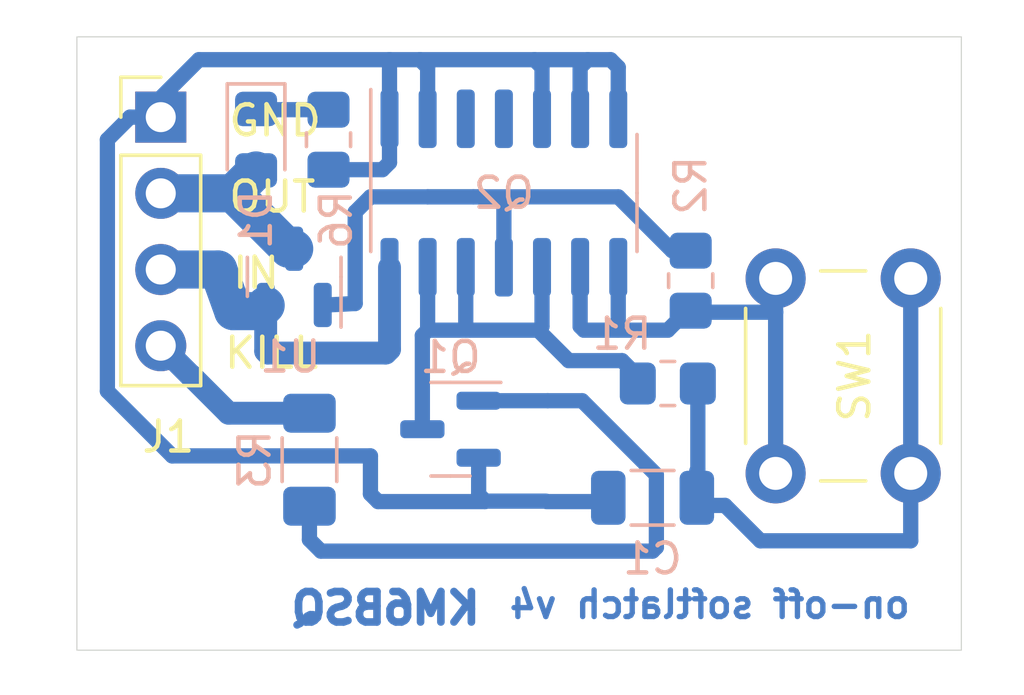
<source format=kicad_pcb>
(kicad_pcb (version 20211014) (generator pcbnew)
  (title_block (title "soft latch on-off") (rev "1"))
  (layers (0 "F.Cu" signal "Front") (31 "B.Cu" signal "Back") (34 "B.Paste" user) (35 "F.Paste" user) (36 "B.SilkS" user "B.Silkscreen") (37 "F.SilkS" user "F.Silkscreen") (38 "B.Mask" user) (39 "F.Mask" user) (44 "Edge.Cuts" user))
  (net 0 "")
  (net 1 "V_IN")
  (net 2 "V_OUT")
  (net 3 "Net-(D1-Pad1)")
  (net 4 "GND")
  (net 5 "KILL")
  (net 6 "Net-(Q2-Pad1)")
  (net 9 "Net-(C1-Pad1)")
  (net 10 "Net-(R2-Pad1)")
  (net 11 "Net-(R1-Pad2)")
  (net 12 "Net-(R3-Pad2)")
  (footprint "Connector_PinHeader_2.54mm:PinHeader_1x04_P2.54mm_Vertical" (layer "F.Cu") (at 105.791 73.162)
    (fp_text reference "J1" (at 0.254 10.658) (layer "F.SilkS"))
    (fp_text value "Conn_PWR")
    (fp_line (start -1.33 1.27) (end 1.33 1.27) (layer "F.SilkS") (width 0.12))
    (fp_line (start -1.33 8.95) (end 1.33 8.95) (layer "F.SilkS") (width 0.12))
    (fp_line (start -1.33 -1.33) (end 0 -1.33) (layer "F.SilkS") (width 0.12))
    (fp_line (start -1.33 1.27) (end -1.33 8.95) (layer "F.SilkS") (width 0.12))
    (fp_line (start 1.33 1.27) (end 1.33 8.95) (layer "F.SilkS") (width 0.12))
    (fp_line (start -1.33 0) (end -1.33 -1.33) (layer "F.SilkS") (width 0.12))
    (pad "1" thru_hole rect locked (at 0 0) (size 1.7 1.7) (drill 1) (layers *.Cu *.Mask) (net 4 "GND"))
    (pad "2" thru_hole oval locked (at 0 2.54) (size 1.7 1.7) (drill 1) (layers *.Cu *.Mask) (net 2 "V_OUT"))
    (pad "3" thru_hole oval locked (at 0 5.08) (size 1.7 1.7) (drill 1) (layers *.Cu *.Mask) (net 1 "V_IN"))
    (pad "4" thru_hole oval locked (at 0 7.62) (size 1.7 1.7) (drill 1) (layers *.Cu *.Mask) (net 5 "KILL"))
  )
  (footprint "MountingHole:MountingHole_2.7mm_M2.5" (layer "F.Cu") (at 129.413 73.66)
    (fp_text reference "H2" hide)
    (fp_text value "MountingHole")
    (pad "" np_thru_hole circle locked (at 0 0) (size 2.7 2.7) (drill 2.7) (layers *.Cu *.Mask))
  )
  (footprint "Button_Switch_THT:SW_PUSH_6mm" (layer "F.Cu") (at 130.774 78.538 -90)
    (fp_text reference "SW1" (at 3.25 1.869 90) (layer "F.SilkS"))
    (fp_text value "SW_Push")
    (fp_line (start -0.25 1.5) (end -0.25 3) (layer "F.SilkS") (width 0.12))
    (fp_line (start 6.75 3) (end 6.75 1.5) (layer "F.SilkS") (width 0.12))
    (fp_line (start 5.5 -1) (end 1 -1) (layer "F.SilkS") (width 0.12))
    (fp_line (start 1 5.5) (end 5.5 5.5) (layer "F.SilkS") (width 0.12))
    (pad "1" thru_hole circle locked (at 6.5 0) (size 2 2) (drill 1.1) (layers *.Cu *.Mask) (net 9 "Net-(C1-Pad1)"))
    (pad "1" thru_hole circle locked (at 0 0) (size 2 2) (drill 1.1) (layers *.Cu *.Mask) (net 9 "Net-(C1-Pad1)"))
    (pad "2" thru_hole circle locked (at 0 4.5) (size 2 2) (drill 1.1) (layers *.Cu *.Mask) (net 10 "Net-(R2-Pad1)"))
    (pad "2" thru_hole circle locked (at 6.5 4.5) (size 2 2) (drill 1.1) (layers *.Cu *.Mask) (net 10 "Net-(R2-Pad1)"))
  )
  (footprint "MountingHole:MountingHole_2.7mm_M2.5" (layer "F.Cu") (at 106.045 87.884)
    (fp_text reference "H1" hide)
    (fp_text value "MountingHole")
    (pad "" np_thru_hole circle locked (at 0 0) (size 2.7 2.7) (drill 2.7) (layers *.Cu *.Mask))
  )
  (footprint "Resistor_SMD:R_0805_2012Metric_Pad1.20x1.40mm_HandSolder" (layer "B.Cu") (at 123.444 78.613 90)
    (fp_text reference "R2" (at 3.175 0 90) (layer "B.SilkS") (effects (justify mirror)))
    (fp_text value "100k")
    (fp_line (start -0.227064 0.735) (end 0.227064 0.735) (layer "B.SilkS") (width 0.12))
    (fp_line (start -0.227064 -0.735) (end 0.227064 -0.735) (layer "B.SilkS") (width 0.12))
    (pad "1" smd roundrect locked (at -1 0 90) (size 1.2 1.4) (layers "B.Cu" "B.Paste" "B.Mask") (roundrect_rratio 0.208333) (net 10 "Net-(R2-Pad1)"))
    (pad "2" smd roundrect locked (at 1 0 90) (size 1.2 1.4) (layers "B.Cu" "B.Paste" "B.Mask") (roundrect_rratio 0.208333) (net 6 "Net-(Q2-Pad1)"))
  )
  (footprint "Package_TO_SOT_SMD:SOT-23" (layer "B.Cu") (at 110.236 78.486 90)
    (fp_text reference "Q2" (at 2.794 6.985 180) (layer "B.SilkS") (effects (justify mirror)))
    (fp_text value "AO3407")
    (fp_line (start 0 -1.56) (end 0.65 -1.56) (layer "B.SilkS") (width 0.12))
    (fp_line (start 0 1.56) (end 0.65 1.56) (layer "B.SilkS") (width 0.12))
    (fp_line (start 0 -1.56) (end -0.65 -1.56) (layer "B.SilkS") (width 0.12))
    (fp_line (start 0 1.56) (end -1.675 1.56) (layer "B.SilkS") (width 0.12))
    (pad "1" smd roundrect locked (at -0.9375 0.95 90) (size 1.475 0.6) (layers "B.Cu" "B.Paste" "B.Mask") (net 6 "Net-(Q2-Pad1)"))
    (pad "2" smd roundrect locked (at -0.9375 -0.95 90) (size 1.475 0.6) (layers "B.Cu" "B.Paste" "B.Mask") (net 1 "V_IN"))
    (pad "3" smd roundrect locked (at 0.9375 0 90) (size 1.475 0.6) (layers "B.Cu" "B.Paste" "B.Mask") (net 2 "V_OUT"))
  )
  (footprint "Package_TO_SOT_SMD:SOT-23" (layer "B.Cu") (at 115.443 83.566 180)
    (fp_text reference "Q1" (at 0 2.4) (layer "B.SilkS") (effects (justify mirror)))
    (fp_text value "2N3904")
    (fp_line (start 0 -1.56) (end -0.65 -1.56) (layer "B.SilkS") (width 0.12))
    (fp_line (start 0 -1.56) (end 0.65 -1.56) (layer "B.SilkS") (width 0.12))
    (fp_line (start 0 1.56) (end -1.675 1.56) (layer "B.SilkS") (width 0.12))
    (fp_line (start 0 1.56) (end 0.65 1.56) (layer "B.SilkS") (width 0.12))
    (pad "1" smd roundrect locked (at -0.9375 0.95 180) (size 1.475 0.6) (layers "B.Cu" "B.Paste" "B.Mask") (net 12 "Net-(R3-Pad2)"))
    (pad "2" smd roundrect locked (at -0.9375 -0.95 180) (size 1.475 0.6) (layers "B.Cu" "B.Paste" "B.Mask") (net 4 "GND"))
    (pad "3" smd roundrect locked (at 0.9375 0 180) (size 1.475 0.6) (layers "B.Cu" "B.Paste" "B.Mask") (net 11 "Net-(R1-Pad2)"))
  )
  (footprint "Package_SO:SOIC-14_3.9x8.7mm_P1.27mm" (layer "B.Cu") (at 117.221 75.692 -90)
    (fp_text reference "U1" (at 5.461 7.112 180) (layer "B.SilkS") (effects (justify mirror)))
    (fp_text value "CD4093")
    (fp_line (start 0 4.435) (end 1.95 4.435) (layer "B.SilkS") (width 0.12))
    (fp_line (start 0 -4.435) (end 1.95 -4.435) (layer "B.SilkS") (width 0.12))
    (fp_line (start 0 -4.435) (end -1.95 -4.435) (layer "B.SilkS") (width 0.12))
    (fp_line (start 0 4.435) (end -3.45 4.435) (layer "B.SilkS") (width 0.12))
    (pad "1" smd roundrect locked (at -2.475 3.81 270) (size 1.95 0.6) (layers "B.Cu" "B.Paste" "B.Mask") (net 4 "GND"))
    (pad "2" smd roundrect locked (at -2.475 2.54 270) (size 1.95 0.6) (layers "B.Cu" "B.Paste" "B.Mask") (net 4 "GND"))
    (pad "3" smd roundrect locked (at -2.475 1.27 270) (size 1.95 0.6) (layers "B.Cu" "B.Paste" "B.Mask"))
    (pad "4" smd roundrect locked (at -2.475 0 270) (size 1.95 0.6) (layers "B.Cu" "B.Paste" "B.Mask"))
    (pad "5" smd roundrect locked (at -2.475 -1.27 270) (size 1.95 0.6) (layers "B.Cu" "B.Paste" "B.Mask") (net 4 "GND"))
    (pad "6" smd roundrect locked (at -2.475 -2.54 270) (size 1.95 0.6) (layers "B.Cu" "B.Paste" "B.Mask") (net 4 "GND"))
    (pad "7" smd roundrect locked (at -2.475 -3.81 270) (size 1.95 0.6) (layers "B.Cu" "B.Paste" "B.Mask") (net 4 "GND"))
    (pad "8" smd roundrect locked (at 2.475 -3.81 270) (size 1.95 0.6) (layers "B.Cu" "B.Paste" "B.Mask") (net 10 "Net-(R2-Pad1)"))
    (pad "9" smd roundrect locked (at 2.475 -2.54 270) (size 1.95 0.6) (layers "B.Cu" "B.Paste" "B.Mask") (net 10 "Net-(R2-Pad1)"))
    (pad "10" smd roundrect locked (at 2.475 -1.27 270) (size 1.95 0.6) (layers "B.Cu" "B.Paste" "B.Mask") (net 11 "Net-(R1-Pad2)"))
    (pad "11" smd roundrect locked (at 2.475 0 270) (size 1.95 0.6) (layers "B.Cu" "B.Paste" "B.Mask") (net 6 "Net-(Q2-Pad1)"))
    (pad "12" smd roundrect locked (at 2.475 1.27 270) (size 1.95 0.6) (layers "B.Cu" "B.Paste" "B.Mask") (net 11 "Net-(R1-Pad2)"))
    (pad "13" smd roundrect locked (at 2.475 2.54 270) (size 1.95 0.6) (layers "B.Cu" "B.Paste" "B.Mask") (net 11 "Net-(R1-Pad2)"))
    (pad "14" smd roundrect locked (at 2.475 3.81 270) (size 1.95 0.6) (layers "B.Cu" "B.Paste" "B.Mask") (net 1 "V_IN"))
  )
  (footprint "LED_SMD:LED_0805_2012Metric_Pad1.15x1.40mm_HandSolder" (layer "B.Cu") (at 108.966 73.914 -90)
    (fp_text reference "D1" (at 2.667 0 90) (layer "B.SilkS") (effects (justify mirror)))
    (fp_text value "LED")
    (fp_line (start 1 0.96) (end -1.86 0.96) (layer "B.SilkS") (width 0.12))
    (fp_line (start -1.86 0.96) (end -1.86 -0.96) (layer "B.SilkS") (width 0.12))
    (fp_line (start -1.86 -0.96) (end 1 -0.96) (layer "B.SilkS") (width 0.12))
    (pad "1" smd roundrect locked (at -1.025 0 270) (size 1.15 1.4) (layers "B.Cu" "B.Paste" "B.Mask") (roundrect_rratio 0.217391) (net 3 "Net-(D1-Pad1)"))
    (pad "2" smd roundrect locked (at 1.025 0 270) (size 1.15 1.4) (layers "B.Cu" "B.Paste" "B.Mask") (roundrect_rratio 0.217391) (net 2 "V_OUT"))
  )
  (footprint "Capacitor_SMD:C_1206_3216Metric" (layer "B.Cu") (at 122.174 85.852 180)
    (fp_text reference "C1" (at 0 -2.032) (layer "B.SilkS") (effects (justify mirror)))
    (fp_text value "100n")
    (fp_line (start -0.711252 0.91) (end 0.711252 0.91) (layer "B.SilkS") (width 0.12))
    (fp_line (start -0.711252 -0.91) (end 0.711252 -0.91) (layer "B.SilkS") (width 0.12))
    (pad "1" smd roundrect locked (at -1.475 0 180) (size 1.15 1.8) (layers "B.Cu" "B.Paste" "B.Mask") (roundrect_rratio 0.217391) (net 9 "Net-(C1-Pad1)"))
    (pad "2" smd roundrect locked (at 1.475 0 180) (size 1.15 1.8) (layers "B.Cu" "B.Paste" "B.Mask") (roundrect_rratio 0.217391) (net 4 "GND"))
  )
  (footprint "Resistor_SMD:R_1206_3216Metric_Pad1.30x1.75mm_HandSolder" (layer "B.Cu") (at 110.744 84.582 -90)
    (fp_text reference "R3" (at 0 1.82 90) (layer "B.SilkS") (effects (justify mirror)))
    (fp_text value "1k")
    (fp_line (start -0.727064 -0.91) (end 0.727064 -0.91) (layer "B.SilkS") (width 0.12))
    (fp_line (start -0.727064 0.91) (end 0.727064 0.91) (layer "B.SilkS") (width 0.12))
    (pad "1" smd roundrect (at -1.55 0 270) (size 1.3 1.75) (layers "B.Cu" "B.Paste" "B.Mask") (roundrect_rratio 0.192308) (net 5 "KILL"))
    (pad "2" smd roundrect (at 1.55 0 270) (size 1.3 1.75) (layers "B.Cu" "B.Paste" "B.Mask") (roundrect_rratio 0.192308) (net 12 "Net-(R3-Pad2)"))
  )
  (footprint "Resistor_SMD:R_0805_2012Metric_Pad1.20x1.40mm_HandSolder" (layer "B.Cu") (at 111.379 73.914 -90)
    (fp_text reference "R6" (at 2.667 -0.254 90) (layer "B.SilkS") (effects (justify mirror)))
    (fp_text value "10k")
    (fp_line (start -0.227064 -0.735) (end 0.227064 -0.735) (layer "B.SilkS") (width 0.12))
    (fp_line (start -0.227064 0.735) (end 0.227064 0.735) (layer "B.SilkS") (width 0.12))
    (pad "1" smd roundrect locked (at -1 0 270) (size 1.2 1.4) (layers "B.Cu" "B.Paste" "B.Mask") (roundrect_rratio 0.208333) (net 3 "Net-(D1-Pad1)"))
    (pad "2" smd roundrect locked (at 1 0 270) (size 1.2 1.4) (layers "B.Cu" "B.Paste" "B.Mask") (roundrect_rratio 0.208333) (net 4 "GND"))
  )
  (footprint "Resistor_SMD:R_0805_2012Metric_Pad1.20x1.40mm_HandSolder" (layer "B.Cu") (at 122.682 82.042 180)
    (fp_text reference "R1" (at 1.524 1.65) (layer "B.SilkS") (effects (justify mirror)))
    (fp_text value "1M")
    (fp_line (start -0.227064 0.735) (end 0.227064 0.735) (layer "B.SilkS") (width 0.12))
    (fp_line (start -0.227064 -0.735) (end 0.227064 -0.735) (layer "B.SilkS") (width 0.12))
    (pad "1" smd roundrect locked (at -1 0 180) (size 1.2 1.4) (layers "B.Cu" "B.Paste" "B.Mask") (roundrect_rratio 0.208333) (net 9 "Net-(C1-Pad1)"))
    (pad "2" smd roundrect locked (at 1 0 180) (size 1.2 1.4) (layers "B.Cu" "B.Paste" "B.Mask") (roundrect_rratio 0.208333) (net 11 "Net-(R1-Pad2)"))
  )
  (gr_rect (start 102.997 70.485) (end 132.461 90.932) (layer "Edge.Cuts") (width 0.0381) (fill none))
  (gr_text "on-off softlatch v4\n" (at 124.079 89.408) (layer "B.Cu") (effects (font (size 0.889 0.889) (thickness 0.1778)) (justify mirror)))
  (gr_text "KM6BSQ" (at 113.284 89.535) (layer "B.Cu") (effects (font (size 1.016 1.016) (thickness 0.254)) (justify mirror)))
  (gr_text "OUT" (at 109.50575 75.819) (layer "F.SilkS") (effects (font (size 1 1))))
  (gr_text "IN" (at 108.966 78.359) (layer "F.SilkS") (effects (font (size 1 1))))
  (gr_text "GND" (at 109.601 73.279) (layer "F.SilkS") (effects (font (size 1 1))))
  (gr_text "KILL" (at 109.48195 81.026) (layer "F.SilkS") (effects (font (size 1 1))))
  (segment (start 113.284 81.026) (end 113.411 80.899) (width 0.762) (layer "B.Cu") (net 1))
  (segment (start 109.347 81.026) (end 113.284 81.026) (width 0.762) (layer "B.Cu") (net 1))
  (segment (start 109.093 79.629) (end 109.286 79.436) (width 1.27) (layer "B.Cu") (net 1))
  (segment (start 109.286 79.436) (end 109.286 80.965) (width 0.762) (layer "B.Cu") (net 1))
  (segment (start 105.791 78.242) (end 107.706 78.242) (width 1.27) (layer "B.Cu") (net 1))
  (segment (start 113.411 80.899) (end 113.411 78.167) (width 0.762) (layer "B.Cu") (net 1))
  (segment (start 108.204 79.629) (end 109.093 79.629) (width 1.27) (layer "B.Cu") (net 1))
  (segment (start 107.706 78.242) (end 108.204 79.629) (width 1.27) (layer "B.Cu") (net 1))
  (segment (start 109.286 80.965) (end 109.347 81.026) (width 0.762) (layer "B.Cu") (net 1))
  (segment (start 109.286 79.4235) (end 109.286 79.436) (width 0.762) (layer "B.Cu") (net 1))
  (segment (start 110.0495 77.5485) (end 110.236 77.5485) (width 1.27) (layer "B.Cu") (net 2))
  (segment (start 108.203 75.702) (end 110.0495 77.5485) (width 1.27) (layer "B.Cu") (net 2))
  (segment (start 105.791 75.702) (end 108.203 75.702) (width 1.27) (layer "B.Cu") (net 2))
  (segment (start 108.203 75.702) (end 108.966 74.939) (width 1.27) (layer "B.Cu") (net 2))
  (segment (start 108.991 72.914) (end 108.966 72.889) (width 0.508) (layer "B.Cu") (net 3))
  (segment (start 111.379 72.914) (end 108.991 72.914) (width 0.508) (layer "B.Cu") (net 3))
  (segment (start 116.602 85.963) (end 116.3805 85.7415) (width 0.508) (layer "B.Cu") (net 4))
  (segment (start 118.237 71.247) (end 120.015 71.247) (width 0.508) (layer "B.Cu") (net 4))
  (segment (start 121.031 71.501) (end 120.777 71.247) (width 0.508) (layer "B.Cu") (net 4))
  (segment (start 116.602 85.963) (end 116.586 85.979) (width 0.508) (layer "B.Cu") (net 4))
  (segment (start 121.031 73.217) (end 121.031 71.501) (width 0.508) (layer "B.Cu") (net 4))
  (segment (start 113.173 74.914) (end 113.411 74.676) (width 0.508) (layer "B.Cu") (net 4))
  (segment (start 112.776 84.455) (end 112.776 85.725) (width 0.508) (layer "B.Cu") (net 4))
  (segment (start 120.619 85.979) (end 118.649 85.979) (width 0.508) (layer "B.Cu") (net 4))
  (segment (start 111.379 74.914) (end 113.173 74.914) (width 0.508) (layer "B.Cu") (net 4))
  (segment (start 105.791 72.517) (end 107.061 71.247) (width 0.508) (layer "B.Cu") (net 4))
  (segment (start 104.013 82.296) (end 106.172 84.455) (width 0.508) (layer "B.Cu") (net 4))
  (segment (start 116.586 85.979) (end 113.03 85.979) (width 0.508) (layer "B.Cu") (net 4))
  (segment (start 113.411 74.676) (end 113.411 73.217) (width 0.508) (layer "B.Cu") (net 4))
  (segment (start 113.411 71.247) (end 114.427 71.247) (width 0.508) (layer "B.Cu") (net 4))
  (segment (start 104.013 73.914) (end 104.013 82.296) (width 0.508) (layer "B.Cu") (net 4))
  (segment (start 104.765 73.162) (end 104.013 73.914) (width 0.508) (layer "B.Cu") (net 4))
  (segment (start 116.3805 85.7415) (end 116.3805 84.516) (width 0.508) (layer "B.Cu") (net 4))
  (segment (start 119.761 71.501) (end 120.015 71.247) (width 0.508) (layer "B.Cu") (net 4))
  (segment (start 113.411 73.217) (end 113.411 71.247) (width 0.508) (layer "B.Cu") (net 4))
  (segment (start 105.791 73.162) (end 104.765 73.162) (width 0.508) (layer "B.Cu") (net 4))
  (segment (start 107.061 71.247) (end 113.411 71.247) (width 0.508) (layer "B.Cu") (net 4))
  (segment (start 118.491 71.501) (end 118.237 71.247) (width 0.508) (layer "B.Cu") (net 4))
  (segment (start 114.427 71.247) (end 114.681 71.501) (width 0.508) (layer "B.Cu") (net 4))
  (segment (start 119.761 73.217) (end 119.761 71.501) (width 0.508) (layer "B.Cu") (net 4))
  (segment (start 120.015 71.247) (end 120.777 71.247) (width 0.508) (layer "B.Cu") (net 4))
  (segment (start 106.172 84.455) (end 112.776 84.455) (width 0.508) (layer "B.Cu") (net 4))
  (segment (start 105.791 73.162) (end 105.791 72.517) (width 0.508) (layer "B.Cu") (net 4))
  (segment (start 118.237 71.247) (end 114.427 71.247) (width 0.508) (layer "B.Cu") (net 4))
  (segment (start 114.681 71.501) (end 114.681 73.217) (width 0.508) (layer "B.Cu") (net 4))
  (segment (start 118.491 73.217) (end 118.491 71.501) (width 0.508) (layer "B.Cu") (net 4))
  (segment (start 112.776 85.725) (end 113.03 85.979) (width 0.508) (layer "B.Cu") (net 4))
  (segment (start 118.618 85.963) (end 116.602 85.963) (width 0.508) (layer "B.Cu") (net 4))
  (segment (start 106.807 81.788) (end 108.051 83.032) (width 0.762) (layer "B.Cu") (net 5))
  (segment (start 105.791 80.782) (end 106.797 81.788) (width 0.762) (layer "B.Cu") (net 5))
  (segment (start 106.797 81.788) (end 106.807 81.788) (width 0.762) (layer "B.Cu") (net 5))
  (segment (start 108.051 83.032) (end 110.744 83.032) (width 0.762) (layer "B.Cu") (net 5))
  (segment (start 112.268 76.327) (end 112.776 75.819) (width 0.508) (layer "B.Cu") (net 6))
  (segment (start 123.444 77.613) (end 122.825 77.613) (width 0.508) (layer "B.Cu") (net 6))
  (segment (start 116.205 75.819) (end 116.586 75.819) (width 0.508) (layer "B.Cu") (net 6))
  (segment (start 117.221 75.946) (end 117.348 75.819) (width 0.508) (layer "B.Cu") (net 6))
  (segment (start 114.681 75.819) (end 116.205 75.819) (width 0.508) (layer "B.Cu") (net 6))
  (segment (start 121.031 75.819) (end 117.348 75.819) (width 0.508) (layer "B.Cu") (net 6))
  (segment (start 122.825 77.613) (end 121.031 75.819) (width 0.508) (layer "B.Cu") (net 6))
  (segment (start 117.221 78.167) (end 117.221 75.946) (width 0.508) (layer "B.Cu") (net 6))
  (segment (start 111.3305 79.4235) (end 112.268 79.375) (width 0.508) (layer "B.Cu") (net 6))
  (segment (start 112.268 79.375) (end 112.268 76.327) (width 0.508) (layer "B.Cu") (net 6))
  (segment (start 117.348 75.819) (end 114.681 75.819) (width 0.508) (layer "B.Cu") (net 6))
  (segment (start 112.776 75.819) (end 114.681 75.819) (width 0.508) (layer "B.Cu") (net 6))
  (segment (start 111.186 79.4235) (end 111.3305 79.4235) (width 0.508) (layer "B.Cu") (net 6))
  (segment (start 123.682 82.042) (end 123.682 84.93) (width 0.508) (layer "B.Cu") (net 9))
  (segment (start 123.682 84.93) (end 123.649 84.963) (width 0.508) (layer "B.Cu") (net 9))
  (segment (start 130.774 85.038) (end 130.774 78.538) (width 0.508) (layer "B.Cu") (net 9))
  (segment (start 125.766 87.285) (end 124.587 86.106) (width 0.508) (layer "B.Cu") (net 9))
  (segment (start 130.774 87.285) (end 125.766 87.285) (width 0.508) (layer "B.Cu") (net 9))
  (segment (start 123.698 86.106) (end 123.649 86.057) (width 0.508) (layer "B.Cu") (net 9))
  (segment (start 124.587 86.106) (end 123.698 86.106) (width 0.508) (layer "B.Cu") (net 9))
  (segment (start 123.649 86.057) (end 123.649 84.963) (width 0.508) (layer "B.Cu") (net 9))
  (segment (start 130.774 85.038) (end 130.774 87.285) (width 0.508) (layer "B.Cu") (net 9))
  (segment (start 123.496 79.665) (end 126.274 79.665) (width 0.508) (layer "B.Cu") (net 10))
  (segment (start 122.936 80.01) (end 122.682 80.264) (width 0.508) (layer "B.Cu") (net 10))
  (segment (start 126.274 85.038) (end 126.274 79.665) (width 0.508) (layer "B.Cu") (net 10))
  (segment (start 122.682 80.264) (end 121.031 80.264) (width 0.508) (layer "B.Cu") (net 10))
  (segment (start 119.761 80.137) (end 119.888 80.264) (width 0.508) (layer "B.Cu") (net 10))
  (segment (start 119.761 78.167) (end 119.761 80.137) (width 0.508) (layer "B.Cu") (net 10))
  (segment (start 121.031 80.264) (end 119.888 80.264) (width 0.508) (layer "B.Cu") (net 10))
  (segment (start 126.274 79.665) (end 126.274 78.538) (width 0.508) (layer "B.Cu") (net 10))
  (segment (start 121.031 78.167) (end 121.031 80.264) (width 0.508) (layer "B.Cu") (net 10))
  (segment (start 121.682 81.804) (end 121.682 82.042) (width 0.508) (layer "B.Cu") (net 11))
  (segment (start 119.38 81.28) (end 118.364 80.264) (width 0.508) (layer "B.Cu") (net 11))
  (segment (start 114.5055 83.566) (end 114.5055 80.4395) (width 0.508) (layer "B.Cu") (net 11))
  (segment (start 118.364 80.264) (end 118.491 80.137) (width 0.508) (layer "B.Cu") (net 11))
  (segment (start 114.5055 80.4395) (end 114.681 80.264) (width 0.508) (layer "B.Cu") (net 11))
  (segment (start 115.951 78.167) (end 115.951 80.264) (width 0.508) (layer "B.Cu") (net 11))
  (segment (start 119.38 81.28) (end 121.158 81.28) (width 0.508) (layer "B.Cu") (net 11))
  (segment (start 115.951 80.264) (end 118.364 80.264) (width 0.508) (layer "B.Cu") (net 11))
  (segment (start 114.681 80.264) (end 114.681 78.167) (width 0.508) (layer "B.Cu") (net 11))
  (segment (start 121.158 81.28) (end 121.682 81.804) (width 0.508) (layer "B.Cu") (net 11))
  (segment (start 118.491 80.137) (end 118.491 78.167) (width 0.508) (layer "B.Cu") (net 11))
  (segment (start 114.681 80.264) (end 115.951 80.264) (width 0.508) (layer "B.Cu") (net 11))
  (segment (start 116.3805 82.616) (end 118.679 82.616) (width 0.508) (layer "B.Cu") (net 12))
  (segment (start 119.827 82.616) (end 122.301 85.09) (width 0.508) (layer "B.Cu") (net 12))
  (segment (start 111.125 87.63) (end 110.744 87.249) (width 0.508) (layer "B.Cu") (net 12))
  (segment (start 110.744 87.249) (end 110.744 86.132) (width 0.508) (layer "B.Cu") (net 12))
  (segment (start 118.679 82.616) (end 119.827 82.616) (width 0.508) (layer "B.Cu") (net 12))
  (segment (start 122.301 87.503) (end 122.174 87.63) (width 0.508) (layer "B.Cu") (net 12))
  (segment (start 122.174 87.63) (end 111.125 87.63) (width 0.508) (layer "B.Cu") (net 12))
  (segment (start 122.301 85.09) (end 122.301 87.503) (width 0.508) (layer "B.Cu") (net 12))
)
</source>
